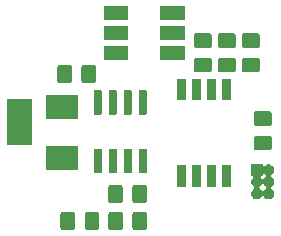
<source format=gbr>
G04 #@! TF.GenerationSoftware,KiCad,Pcbnew,(5.1.5)-3*
G04 #@! TF.CreationDate,2020-12-31T17:50:50-05:00*
G04 #@! TF.ProjectId,Ring Watch V1,52696e67-2057-4617-9463-682056312e6b,rev?*
G04 #@! TF.SameCoordinates,Original*
G04 #@! TF.FileFunction,Soldermask,Top*
G04 #@! TF.FilePolarity,Negative*
%FSLAX46Y46*%
G04 Gerber Fmt 4.6, Leading zero omitted, Abs format (unit mm)*
G04 Created by KiCad (PCBNEW (5.1.5)-3) date 2020-12-31 17:50:50*
%MOMM*%
%LPD*%
G04 APERTURE LIST*
%ADD10C,0.100000*%
G04 APERTURE END LIST*
D10*
G36*
X94461674Y-115839465D02*
G01*
X94499367Y-115850899D01*
X94534103Y-115869466D01*
X94564548Y-115894452D01*
X94589534Y-115924897D01*
X94608101Y-115959633D01*
X94619535Y-115997326D01*
X94624000Y-116042661D01*
X94624000Y-117129339D01*
X94619535Y-117174674D01*
X94608101Y-117212367D01*
X94589534Y-117247103D01*
X94564548Y-117277548D01*
X94534103Y-117302534D01*
X94499367Y-117321101D01*
X94461674Y-117332535D01*
X94416339Y-117337000D01*
X93579661Y-117337000D01*
X93534326Y-117332535D01*
X93496633Y-117321101D01*
X93461897Y-117302534D01*
X93431452Y-117277548D01*
X93406466Y-117247103D01*
X93387899Y-117212367D01*
X93376465Y-117174674D01*
X93372000Y-117129339D01*
X93372000Y-116042661D01*
X93376465Y-115997326D01*
X93387899Y-115959633D01*
X93406466Y-115924897D01*
X93431452Y-115894452D01*
X93461897Y-115869466D01*
X93496633Y-115850899D01*
X93534326Y-115839465D01*
X93579661Y-115835000D01*
X94416339Y-115835000D01*
X94461674Y-115839465D01*
G37*
G36*
X96466674Y-115839465D02*
G01*
X96504367Y-115850899D01*
X96539103Y-115869466D01*
X96569548Y-115894452D01*
X96594534Y-115924897D01*
X96613101Y-115959633D01*
X96624535Y-115997326D01*
X96629000Y-116042661D01*
X96629000Y-117129339D01*
X96624535Y-117174674D01*
X96613101Y-117212367D01*
X96594534Y-117247103D01*
X96569548Y-117277548D01*
X96539103Y-117302534D01*
X96504367Y-117321101D01*
X96466674Y-117332535D01*
X96421339Y-117337000D01*
X95584661Y-117337000D01*
X95539326Y-117332535D01*
X95501633Y-117321101D01*
X95466897Y-117302534D01*
X95436452Y-117277548D01*
X95411466Y-117247103D01*
X95392899Y-117212367D01*
X95381465Y-117174674D01*
X95377000Y-117129339D01*
X95377000Y-116042661D01*
X95381465Y-115997326D01*
X95392899Y-115959633D01*
X95411466Y-115924897D01*
X95436452Y-115894452D01*
X95466897Y-115869466D01*
X95501633Y-115850899D01*
X95539326Y-115839465D01*
X95584661Y-115835000D01*
X96421339Y-115835000D01*
X96466674Y-115839465D01*
G37*
G36*
X98516674Y-115839465D02*
G01*
X98554367Y-115850899D01*
X98589103Y-115869466D01*
X98619548Y-115894452D01*
X98644534Y-115924897D01*
X98663101Y-115959633D01*
X98674535Y-115997326D01*
X98679000Y-116042661D01*
X98679000Y-117129339D01*
X98674535Y-117174674D01*
X98663101Y-117212367D01*
X98644534Y-117247103D01*
X98619548Y-117277548D01*
X98589103Y-117302534D01*
X98554367Y-117321101D01*
X98516674Y-117332535D01*
X98471339Y-117337000D01*
X97634661Y-117337000D01*
X97589326Y-117332535D01*
X97551633Y-117321101D01*
X97516897Y-117302534D01*
X97486452Y-117277548D01*
X97461466Y-117247103D01*
X97442899Y-117212367D01*
X97431465Y-117174674D01*
X97427000Y-117129339D01*
X97427000Y-116042661D01*
X97431465Y-115997326D01*
X97442899Y-115959633D01*
X97461466Y-115924897D01*
X97486452Y-115894452D01*
X97516897Y-115869466D01*
X97551633Y-115850899D01*
X97589326Y-115839465D01*
X97634661Y-115835000D01*
X98471339Y-115835000D01*
X98516674Y-115839465D01*
G37*
G36*
X92411674Y-115839465D02*
G01*
X92449367Y-115850899D01*
X92484103Y-115869466D01*
X92514548Y-115894452D01*
X92539534Y-115924897D01*
X92558101Y-115959633D01*
X92569535Y-115997326D01*
X92574000Y-116042661D01*
X92574000Y-117129339D01*
X92569535Y-117174674D01*
X92558101Y-117212367D01*
X92539534Y-117247103D01*
X92514548Y-117277548D01*
X92484103Y-117302534D01*
X92449367Y-117321101D01*
X92411674Y-117332535D01*
X92366339Y-117337000D01*
X91529661Y-117337000D01*
X91484326Y-117332535D01*
X91446633Y-117321101D01*
X91411897Y-117302534D01*
X91381452Y-117277548D01*
X91356466Y-117247103D01*
X91337899Y-117212367D01*
X91326465Y-117174674D01*
X91322000Y-117129339D01*
X91322000Y-116042661D01*
X91326465Y-115997326D01*
X91337899Y-115959633D01*
X91356466Y-115924897D01*
X91381452Y-115894452D01*
X91411897Y-115869466D01*
X91446633Y-115850899D01*
X91484326Y-115839465D01*
X91529661Y-115835000D01*
X92366339Y-115835000D01*
X92411674Y-115839465D01*
G37*
G36*
X96457674Y-113553465D02*
G01*
X96495367Y-113564899D01*
X96530103Y-113583466D01*
X96560548Y-113608452D01*
X96585534Y-113638897D01*
X96604101Y-113673633D01*
X96615535Y-113711326D01*
X96620000Y-113756661D01*
X96620000Y-114843339D01*
X96615535Y-114888674D01*
X96604101Y-114926367D01*
X96585534Y-114961103D01*
X96560548Y-114991548D01*
X96530103Y-115016534D01*
X96495367Y-115035101D01*
X96457674Y-115046535D01*
X96412339Y-115051000D01*
X95575661Y-115051000D01*
X95530326Y-115046535D01*
X95492633Y-115035101D01*
X95457897Y-115016534D01*
X95427452Y-114991548D01*
X95402466Y-114961103D01*
X95383899Y-114926367D01*
X95372465Y-114888674D01*
X95368000Y-114843339D01*
X95368000Y-113756661D01*
X95372465Y-113711326D01*
X95383899Y-113673633D01*
X95402466Y-113638897D01*
X95427452Y-113608452D01*
X95457897Y-113583466D01*
X95492633Y-113564899D01*
X95530326Y-113553465D01*
X95575661Y-113549000D01*
X96412339Y-113549000D01*
X96457674Y-113553465D01*
G37*
G36*
X98507674Y-113553465D02*
G01*
X98545367Y-113564899D01*
X98580103Y-113583466D01*
X98610548Y-113608452D01*
X98635534Y-113638897D01*
X98654101Y-113673633D01*
X98665535Y-113711326D01*
X98670000Y-113756661D01*
X98670000Y-114843339D01*
X98665535Y-114888674D01*
X98654101Y-114926367D01*
X98635534Y-114961103D01*
X98610548Y-114991548D01*
X98580103Y-115016534D01*
X98545367Y-115035101D01*
X98507674Y-115046535D01*
X98462339Y-115051000D01*
X97625661Y-115051000D01*
X97580326Y-115046535D01*
X97542633Y-115035101D01*
X97507897Y-115016534D01*
X97477452Y-114991548D01*
X97452466Y-114961103D01*
X97433899Y-114926367D01*
X97422465Y-114888674D01*
X97418000Y-114843339D01*
X97418000Y-113756661D01*
X97422465Y-113711326D01*
X97433899Y-113673633D01*
X97452466Y-113638897D01*
X97477452Y-113608452D01*
X97507897Y-113583466D01*
X97542633Y-113564899D01*
X97580326Y-113553465D01*
X97625661Y-113549000D01*
X98462339Y-113549000D01*
X98507674Y-113553465D01*
G37*
G36*
X108442000Y-111817060D02*
G01*
X108444402Y-111841446D01*
X108451515Y-111864895D01*
X108463066Y-111886506D01*
X108478611Y-111905448D01*
X108497553Y-111920993D01*
X108519164Y-111932544D01*
X108542613Y-111939657D01*
X108566999Y-111942059D01*
X108591385Y-111939657D01*
X108614834Y-111932544D01*
X108636445Y-111920993D01*
X108655387Y-111905448D01*
X108662568Y-111898267D01*
X108740530Y-111846174D01*
X108776412Y-111831311D01*
X108827157Y-111810292D01*
X108919117Y-111792000D01*
X109012883Y-111792000D01*
X109104843Y-111810292D01*
X109155588Y-111831311D01*
X109191470Y-111846174D01*
X109269432Y-111898267D01*
X109335733Y-111964568D01*
X109387826Y-112042530D01*
X109387826Y-112042531D01*
X109423708Y-112129157D01*
X109442000Y-112221117D01*
X109442000Y-112314883D01*
X109423708Y-112406843D01*
X109402689Y-112457588D01*
X109387826Y-112493470D01*
X109362081Y-112532000D01*
X109335733Y-112571432D01*
X109269430Y-112637735D01*
X109230021Y-112664067D01*
X109211079Y-112679612D01*
X109195534Y-112698554D01*
X109183982Y-112720164D01*
X109176869Y-112743613D01*
X109174467Y-112767999D01*
X109176869Y-112792385D01*
X109183982Y-112815834D01*
X109195533Y-112837445D01*
X109211078Y-112856387D01*
X109230021Y-112871933D01*
X109269430Y-112898265D01*
X109335733Y-112964568D01*
X109387826Y-113042530D01*
X109393874Y-113057131D01*
X109423708Y-113129157D01*
X109442000Y-113221117D01*
X109442000Y-113314883D01*
X109423708Y-113406843D01*
X109402689Y-113457588D01*
X109387826Y-113493470D01*
X109350722Y-113549000D01*
X109335733Y-113571432D01*
X109269430Y-113637735D01*
X109230021Y-113664067D01*
X109211079Y-113679612D01*
X109195534Y-113698554D01*
X109183982Y-113720164D01*
X109176869Y-113743613D01*
X109174467Y-113767999D01*
X109176869Y-113792385D01*
X109183982Y-113815834D01*
X109195533Y-113837445D01*
X109211078Y-113856387D01*
X109230021Y-113871933D01*
X109269430Y-113898265D01*
X109335733Y-113964568D01*
X109387826Y-114042530D01*
X109393874Y-114057131D01*
X109423708Y-114129157D01*
X109442000Y-114221117D01*
X109442000Y-114314883D01*
X109423708Y-114406843D01*
X109402689Y-114457588D01*
X109387826Y-114493470D01*
X109335733Y-114571432D01*
X109269432Y-114637733D01*
X109191470Y-114689826D01*
X109155588Y-114704689D01*
X109104843Y-114725708D01*
X109012883Y-114744000D01*
X108919117Y-114744000D01*
X108827157Y-114725708D01*
X108776412Y-114704689D01*
X108740530Y-114689826D01*
X108662568Y-114637733D01*
X108596265Y-114571430D01*
X108569933Y-114532021D01*
X108554388Y-114513079D01*
X108535446Y-114497534D01*
X108513836Y-114485982D01*
X108490387Y-114478869D01*
X108466001Y-114476467D01*
X108441615Y-114478869D01*
X108418166Y-114485982D01*
X108396555Y-114497533D01*
X108377613Y-114513078D01*
X108362067Y-114532021D01*
X108335735Y-114571430D01*
X108269432Y-114637733D01*
X108191470Y-114689826D01*
X108155588Y-114704689D01*
X108104843Y-114725708D01*
X108012883Y-114744000D01*
X107919117Y-114744000D01*
X107827157Y-114725708D01*
X107776412Y-114704689D01*
X107740530Y-114689826D01*
X107662568Y-114637733D01*
X107596267Y-114571432D01*
X107544174Y-114493470D01*
X107529311Y-114457588D01*
X107508292Y-114406843D01*
X107490000Y-114314883D01*
X107490000Y-114221117D01*
X107508292Y-114129157D01*
X107538126Y-114057131D01*
X107544174Y-114042530D01*
X107596267Y-113964568D01*
X107662570Y-113898265D01*
X107701979Y-113871933D01*
X107720921Y-113856388D01*
X107736466Y-113837446D01*
X107748018Y-113815836D01*
X107755131Y-113792387D01*
X107757533Y-113768001D01*
X107757533Y-113767999D01*
X108174467Y-113767999D01*
X108176869Y-113792385D01*
X108183982Y-113815834D01*
X108195533Y-113837445D01*
X108211078Y-113856387D01*
X108230021Y-113871933D01*
X108269430Y-113898265D01*
X108335735Y-113964570D01*
X108362067Y-114003979D01*
X108377612Y-114022921D01*
X108396554Y-114038466D01*
X108418164Y-114050018D01*
X108441613Y-114057131D01*
X108465999Y-114059533D01*
X108490385Y-114057131D01*
X108513834Y-114050018D01*
X108535445Y-114038467D01*
X108554387Y-114022922D01*
X108569933Y-114003979D01*
X108596265Y-113964570D01*
X108662570Y-113898265D01*
X108701979Y-113871933D01*
X108720921Y-113856388D01*
X108736466Y-113837446D01*
X108748018Y-113815836D01*
X108755131Y-113792387D01*
X108757533Y-113768001D01*
X108755131Y-113743615D01*
X108748018Y-113720166D01*
X108736467Y-113698555D01*
X108720922Y-113679613D01*
X108701979Y-113664067D01*
X108662570Y-113637735D01*
X108596265Y-113571430D01*
X108569933Y-113532021D01*
X108554388Y-113513079D01*
X108535446Y-113497534D01*
X108513836Y-113485982D01*
X108490387Y-113478869D01*
X108466001Y-113476467D01*
X108441615Y-113478869D01*
X108418166Y-113485982D01*
X108396555Y-113497533D01*
X108377613Y-113513078D01*
X108362067Y-113532021D01*
X108335735Y-113571430D01*
X108269430Y-113637735D01*
X108230021Y-113664067D01*
X108211079Y-113679612D01*
X108195534Y-113698554D01*
X108183982Y-113720164D01*
X108176869Y-113743613D01*
X108174467Y-113767999D01*
X107757533Y-113767999D01*
X107755131Y-113743615D01*
X107748018Y-113720166D01*
X107736467Y-113698555D01*
X107720922Y-113679613D01*
X107701979Y-113664067D01*
X107662570Y-113637735D01*
X107596267Y-113571432D01*
X107581278Y-113549000D01*
X107544174Y-113493470D01*
X107529311Y-113457588D01*
X107508292Y-113406843D01*
X107490000Y-113314883D01*
X107490000Y-113221117D01*
X107508292Y-113129157D01*
X107538126Y-113057131D01*
X107544174Y-113042530D01*
X107596267Y-112964568D01*
X107603448Y-112957387D01*
X107618993Y-112938445D01*
X107630544Y-112916834D01*
X107637657Y-112893385D01*
X107640059Y-112868999D01*
X108291941Y-112868999D01*
X108294343Y-112893385D01*
X108301456Y-112916834D01*
X108313007Y-112938445D01*
X108328552Y-112957387D01*
X108335735Y-112964570D01*
X108362067Y-113003979D01*
X108377612Y-113022921D01*
X108396554Y-113038466D01*
X108418164Y-113050018D01*
X108441613Y-113057131D01*
X108465999Y-113059533D01*
X108490385Y-113057131D01*
X108513834Y-113050018D01*
X108535445Y-113038467D01*
X108554387Y-113022922D01*
X108569933Y-113003979D01*
X108596265Y-112964570D01*
X108603448Y-112957387D01*
X108618993Y-112938445D01*
X108625072Y-112927072D01*
X108636445Y-112920993D01*
X108655387Y-112905448D01*
X108662570Y-112898265D01*
X108701979Y-112871933D01*
X108720921Y-112856388D01*
X108736466Y-112837446D01*
X108748018Y-112815836D01*
X108755131Y-112792387D01*
X108757533Y-112768001D01*
X108755131Y-112743615D01*
X108748018Y-112720166D01*
X108736467Y-112698555D01*
X108720922Y-112679613D01*
X108701979Y-112664067D01*
X108662570Y-112637735D01*
X108655387Y-112630552D01*
X108636445Y-112615007D01*
X108614834Y-112603456D01*
X108591385Y-112596343D01*
X108566999Y-112593941D01*
X108542613Y-112596343D01*
X108519164Y-112603456D01*
X108497553Y-112615007D01*
X108478611Y-112630552D01*
X108463066Y-112649494D01*
X108451515Y-112671105D01*
X108444402Y-112694554D01*
X108442000Y-112718940D01*
X108442000Y-112744000D01*
X108416940Y-112744000D01*
X108392554Y-112746402D01*
X108369105Y-112753515D01*
X108347494Y-112765066D01*
X108328552Y-112780611D01*
X108313007Y-112799553D01*
X108301456Y-112821164D01*
X108294343Y-112844613D01*
X108291941Y-112868999D01*
X107640059Y-112868999D01*
X107637657Y-112844613D01*
X107630544Y-112821164D01*
X107618993Y-112799553D01*
X107603448Y-112780611D01*
X107584506Y-112765066D01*
X107562895Y-112753515D01*
X107539446Y-112746402D01*
X107515060Y-112744000D01*
X107490000Y-112744000D01*
X107490000Y-111792000D01*
X108442000Y-111792000D01*
X108442000Y-111817060D01*
G37*
G36*
X103246000Y-113677000D02*
G01*
X102494000Y-113677000D01*
X102494000Y-111875000D01*
X103246000Y-111875000D01*
X103246000Y-113677000D01*
G37*
G36*
X101976000Y-113677000D02*
G01*
X101224000Y-113677000D01*
X101224000Y-111875000D01*
X101976000Y-111875000D01*
X101976000Y-113677000D01*
G37*
G36*
X104516000Y-113677000D02*
G01*
X103764000Y-113677000D01*
X103764000Y-111875000D01*
X104516000Y-111875000D01*
X104516000Y-113677000D01*
G37*
G36*
X105786000Y-113677000D02*
G01*
X105034000Y-113677000D01*
X105034000Y-111875000D01*
X105786000Y-111875000D01*
X105786000Y-113677000D01*
G37*
G36*
X94747928Y-110482764D02*
G01*
X94769009Y-110489160D01*
X94788445Y-110499548D01*
X94805476Y-110513524D01*
X94819452Y-110530555D01*
X94829840Y-110549991D01*
X94836236Y-110571072D01*
X94839000Y-110599140D01*
X94839000Y-112412860D01*
X94836236Y-112440928D01*
X94829840Y-112462009D01*
X94819452Y-112481445D01*
X94805476Y-112498476D01*
X94788445Y-112512452D01*
X94769009Y-112522840D01*
X94747928Y-112529236D01*
X94719860Y-112532000D01*
X94256140Y-112532000D01*
X94228072Y-112529236D01*
X94206991Y-112522840D01*
X94187555Y-112512452D01*
X94170524Y-112498476D01*
X94156548Y-112481445D01*
X94146160Y-112462009D01*
X94139764Y-112440928D01*
X94137000Y-112412860D01*
X94137000Y-110599140D01*
X94139764Y-110571072D01*
X94146160Y-110549991D01*
X94156548Y-110530555D01*
X94170524Y-110513524D01*
X94187555Y-110499548D01*
X94206991Y-110489160D01*
X94228072Y-110482764D01*
X94256140Y-110480000D01*
X94719860Y-110480000D01*
X94747928Y-110482764D01*
G37*
G36*
X98557928Y-110482764D02*
G01*
X98579009Y-110489160D01*
X98598445Y-110499548D01*
X98615476Y-110513524D01*
X98629452Y-110530555D01*
X98639840Y-110549991D01*
X98646236Y-110571072D01*
X98649000Y-110599140D01*
X98649000Y-112412860D01*
X98646236Y-112440928D01*
X98639840Y-112462009D01*
X98629452Y-112481445D01*
X98615476Y-112498476D01*
X98598445Y-112512452D01*
X98579009Y-112522840D01*
X98557928Y-112529236D01*
X98529860Y-112532000D01*
X98066140Y-112532000D01*
X98038072Y-112529236D01*
X98016991Y-112522840D01*
X97997555Y-112512452D01*
X97980524Y-112498476D01*
X97966548Y-112481445D01*
X97956160Y-112462009D01*
X97949764Y-112440928D01*
X97947000Y-112412860D01*
X97947000Y-110599140D01*
X97949764Y-110571072D01*
X97956160Y-110549991D01*
X97966548Y-110530555D01*
X97980524Y-110513524D01*
X97997555Y-110499548D01*
X98016991Y-110489160D01*
X98038072Y-110482764D01*
X98066140Y-110480000D01*
X98529860Y-110480000D01*
X98557928Y-110482764D01*
G37*
G36*
X97287928Y-110482764D02*
G01*
X97309009Y-110489160D01*
X97328445Y-110499548D01*
X97345476Y-110513524D01*
X97359452Y-110530555D01*
X97369840Y-110549991D01*
X97376236Y-110571072D01*
X97379000Y-110599140D01*
X97379000Y-112412860D01*
X97376236Y-112440928D01*
X97369840Y-112462009D01*
X97359452Y-112481445D01*
X97345476Y-112498476D01*
X97328445Y-112512452D01*
X97309009Y-112522840D01*
X97287928Y-112529236D01*
X97259860Y-112532000D01*
X96796140Y-112532000D01*
X96768072Y-112529236D01*
X96746991Y-112522840D01*
X96727555Y-112512452D01*
X96710524Y-112498476D01*
X96696548Y-112481445D01*
X96686160Y-112462009D01*
X96679764Y-112440928D01*
X96677000Y-112412860D01*
X96677000Y-110599140D01*
X96679764Y-110571072D01*
X96686160Y-110549991D01*
X96696548Y-110530555D01*
X96710524Y-110513524D01*
X96727555Y-110499548D01*
X96746991Y-110489160D01*
X96768072Y-110482764D01*
X96796140Y-110480000D01*
X97259860Y-110480000D01*
X97287928Y-110482764D01*
G37*
G36*
X96017928Y-110482764D02*
G01*
X96039009Y-110489160D01*
X96058445Y-110499548D01*
X96075476Y-110513524D01*
X96089452Y-110530555D01*
X96099840Y-110549991D01*
X96106236Y-110571072D01*
X96109000Y-110599140D01*
X96109000Y-112412860D01*
X96106236Y-112440928D01*
X96099840Y-112462009D01*
X96089452Y-112481445D01*
X96075476Y-112498476D01*
X96058445Y-112512452D01*
X96039009Y-112522840D01*
X96017928Y-112529236D01*
X95989860Y-112532000D01*
X95526140Y-112532000D01*
X95498072Y-112529236D01*
X95476991Y-112522840D01*
X95457555Y-112512452D01*
X95440524Y-112498476D01*
X95426548Y-112481445D01*
X95416160Y-112462009D01*
X95409764Y-112440928D01*
X95407000Y-112412860D01*
X95407000Y-110599140D01*
X95409764Y-110571072D01*
X95416160Y-110549991D01*
X95426548Y-110530555D01*
X95440524Y-110513524D01*
X95457555Y-110499548D01*
X95476991Y-110489160D01*
X95498072Y-110482764D01*
X95526140Y-110480000D01*
X95989860Y-110480000D01*
X96017928Y-110482764D01*
G37*
G36*
X92791000Y-112253000D02*
G01*
X90089000Y-112253000D01*
X90089000Y-110251000D01*
X92791000Y-110251000D01*
X92791000Y-112253000D01*
G37*
G36*
X109046674Y-109360465D02*
G01*
X109084367Y-109371899D01*
X109119103Y-109390466D01*
X109149548Y-109415452D01*
X109174534Y-109445897D01*
X109193101Y-109480633D01*
X109204535Y-109518326D01*
X109209000Y-109563661D01*
X109209000Y-110400339D01*
X109204535Y-110445674D01*
X109193101Y-110483367D01*
X109174534Y-110518103D01*
X109149548Y-110548548D01*
X109119103Y-110573534D01*
X109084367Y-110592101D01*
X109046674Y-110603535D01*
X109001339Y-110608000D01*
X107914661Y-110608000D01*
X107869326Y-110603535D01*
X107831633Y-110592101D01*
X107796897Y-110573534D01*
X107766452Y-110548548D01*
X107741466Y-110518103D01*
X107722899Y-110483367D01*
X107711465Y-110445674D01*
X107707000Y-110400339D01*
X107707000Y-109563661D01*
X107711465Y-109518326D01*
X107722899Y-109480633D01*
X107741466Y-109445897D01*
X107766452Y-109415452D01*
X107796897Y-109390466D01*
X107831633Y-109371899D01*
X107869326Y-109360465D01*
X107914661Y-109356000D01*
X109001339Y-109356000D01*
X109046674Y-109360465D01*
G37*
G36*
X88935000Y-110155000D02*
G01*
X86833000Y-110155000D01*
X86833000Y-106253000D01*
X88935000Y-106253000D01*
X88935000Y-110155000D01*
G37*
G36*
X109046674Y-107310465D02*
G01*
X109084367Y-107321899D01*
X109119103Y-107340466D01*
X109149548Y-107365452D01*
X109174534Y-107395897D01*
X109193101Y-107430633D01*
X109204535Y-107468326D01*
X109209000Y-107513661D01*
X109209000Y-108350339D01*
X109204535Y-108395674D01*
X109193101Y-108433367D01*
X109174534Y-108468103D01*
X109149548Y-108498548D01*
X109119103Y-108523534D01*
X109084367Y-108542101D01*
X109046674Y-108553535D01*
X109001339Y-108558000D01*
X107914661Y-108558000D01*
X107869326Y-108553535D01*
X107831633Y-108542101D01*
X107796897Y-108523534D01*
X107766452Y-108498548D01*
X107741466Y-108468103D01*
X107722899Y-108433367D01*
X107711465Y-108395674D01*
X107707000Y-108350339D01*
X107707000Y-107513661D01*
X107711465Y-107468326D01*
X107722899Y-107430633D01*
X107741466Y-107395897D01*
X107766452Y-107365452D01*
X107796897Y-107340466D01*
X107831633Y-107321899D01*
X107869326Y-107310465D01*
X107914661Y-107306000D01*
X109001339Y-107306000D01*
X109046674Y-107310465D01*
G37*
G36*
X92791000Y-107953000D02*
G01*
X90089000Y-107953000D01*
X90089000Y-105951000D01*
X92791000Y-105951000D01*
X92791000Y-107953000D01*
G37*
G36*
X98557928Y-105532764D02*
G01*
X98579009Y-105539160D01*
X98598445Y-105549548D01*
X98615476Y-105563524D01*
X98629452Y-105580555D01*
X98639840Y-105599991D01*
X98646236Y-105621072D01*
X98649000Y-105649140D01*
X98649000Y-107462860D01*
X98646236Y-107490928D01*
X98639840Y-107512009D01*
X98629452Y-107531445D01*
X98615476Y-107548476D01*
X98598445Y-107562452D01*
X98579009Y-107572840D01*
X98557928Y-107579236D01*
X98529860Y-107582000D01*
X98066140Y-107582000D01*
X98038072Y-107579236D01*
X98016991Y-107572840D01*
X97997555Y-107562452D01*
X97980524Y-107548476D01*
X97966548Y-107531445D01*
X97956160Y-107512009D01*
X97949764Y-107490928D01*
X97947000Y-107462860D01*
X97947000Y-105649140D01*
X97949764Y-105621072D01*
X97956160Y-105599991D01*
X97966548Y-105580555D01*
X97980524Y-105563524D01*
X97997555Y-105549548D01*
X98016991Y-105539160D01*
X98038072Y-105532764D01*
X98066140Y-105530000D01*
X98529860Y-105530000D01*
X98557928Y-105532764D01*
G37*
G36*
X96017928Y-105532764D02*
G01*
X96039009Y-105539160D01*
X96058445Y-105549548D01*
X96075476Y-105563524D01*
X96089452Y-105580555D01*
X96099840Y-105599991D01*
X96106236Y-105621072D01*
X96109000Y-105649140D01*
X96109000Y-107462860D01*
X96106236Y-107490928D01*
X96099840Y-107512009D01*
X96089452Y-107531445D01*
X96075476Y-107548476D01*
X96058445Y-107562452D01*
X96039009Y-107572840D01*
X96017928Y-107579236D01*
X95989860Y-107582000D01*
X95526140Y-107582000D01*
X95498072Y-107579236D01*
X95476991Y-107572840D01*
X95457555Y-107562452D01*
X95440524Y-107548476D01*
X95426548Y-107531445D01*
X95416160Y-107512009D01*
X95409764Y-107490928D01*
X95407000Y-107462860D01*
X95407000Y-105649140D01*
X95409764Y-105621072D01*
X95416160Y-105599991D01*
X95426548Y-105580555D01*
X95440524Y-105563524D01*
X95457555Y-105549548D01*
X95476991Y-105539160D01*
X95498072Y-105532764D01*
X95526140Y-105530000D01*
X95989860Y-105530000D01*
X96017928Y-105532764D01*
G37*
G36*
X94747928Y-105532764D02*
G01*
X94769009Y-105539160D01*
X94788445Y-105549548D01*
X94805476Y-105563524D01*
X94819452Y-105580555D01*
X94829840Y-105599991D01*
X94836236Y-105621072D01*
X94839000Y-105649140D01*
X94839000Y-107462860D01*
X94836236Y-107490928D01*
X94829840Y-107512009D01*
X94819452Y-107531445D01*
X94805476Y-107548476D01*
X94788445Y-107562452D01*
X94769009Y-107572840D01*
X94747928Y-107579236D01*
X94719860Y-107582000D01*
X94256140Y-107582000D01*
X94228072Y-107579236D01*
X94206991Y-107572840D01*
X94187555Y-107562452D01*
X94170524Y-107548476D01*
X94156548Y-107531445D01*
X94146160Y-107512009D01*
X94139764Y-107490928D01*
X94137000Y-107462860D01*
X94137000Y-105649140D01*
X94139764Y-105621072D01*
X94146160Y-105599991D01*
X94156548Y-105580555D01*
X94170524Y-105563524D01*
X94187555Y-105549548D01*
X94206991Y-105539160D01*
X94228072Y-105532764D01*
X94256140Y-105530000D01*
X94719860Y-105530000D01*
X94747928Y-105532764D01*
G37*
G36*
X97287928Y-105532764D02*
G01*
X97309009Y-105539160D01*
X97328445Y-105549548D01*
X97345476Y-105563524D01*
X97359452Y-105580555D01*
X97369840Y-105599991D01*
X97376236Y-105621072D01*
X97379000Y-105649140D01*
X97379000Y-107462860D01*
X97376236Y-107490928D01*
X97369840Y-107512009D01*
X97359452Y-107531445D01*
X97345476Y-107548476D01*
X97328445Y-107562452D01*
X97309009Y-107572840D01*
X97287928Y-107579236D01*
X97259860Y-107582000D01*
X96796140Y-107582000D01*
X96768072Y-107579236D01*
X96746991Y-107572840D01*
X96727555Y-107562452D01*
X96710524Y-107548476D01*
X96696548Y-107531445D01*
X96686160Y-107512009D01*
X96679764Y-107490928D01*
X96677000Y-107462860D01*
X96677000Y-105649140D01*
X96679764Y-105621072D01*
X96686160Y-105599991D01*
X96696548Y-105580555D01*
X96710524Y-105563524D01*
X96727555Y-105549548D01*
X96746991Y-105539160D01*
X96768072Y-105532764D01*
X96796140Y-105530000D01*
X97259860Y-105530000D01*
X97287928Y-105532764D01*
G37*
G36*
X101976000Y-106377000D02*
G01*
X101224000Y-106377000D01*
X101224000Y-104575000D01*
X101976000Y-104575000D01*
X101976000Y-106377000D01*
G37*
G36*
X103246000Y-106377000D02*
G01*
X102494000Y-106377000D01*
X102494000Y-104575000D01*
X103246000Y-104575000D01*
X103246000Y-106377000D01*
G37*
G36*
X104516000Y-106377000D02*
G01*
X103764000Y-106377000D01*
X103764000Y-104575000D01*
X104516000Y-104575000D01*
X104516000Y-106377000D01*
G37*
G36*
X105786000Y-106377000D02*
G01*
X105034000Y-106377000D01*
X105034000Y-104575000D01*
X105786000Y-104575000D01*
X105786000Y-106377000D01*
G37*
G36*
X92148674Y-103393465D02*
G01*
X92186367Y-103404899D01*
X92221103Y-103423466D01*
X92251548Y-103448452D01*
X92276534Y-103478897D01*
X92295101Y-103513633D01*
X92306535Y-103551326D01*
X92311000Y-103596661D01*
X92311000Y-104683339D01*
X92306535Y-104728674D01*
X92295101Y-104766367D01*
X92276534Y-104801103D01*
X92251548Y-104831548D01*
X92221103Y-104856534D01*
X92186367Y-104875101D01*
X92148674Y-104886535D01*
X92103339Y-104891000D01*
X91266661Y-104891000D01*
X91221326Y-104886535D01*
X91183633Y-104875101D01*
X91148897Y-104856534D01*
X91118452Y-104831548D01*
X91093466Y-104801103D01*
X91074899Y-104766367D01*
X91063465Y-104728674D01*
X91059000Y-104683339D01*
X91059000Y-103596661D01*
X91063465Y-103551326D01*
X91074899Y-103513633D01*
X91093466Y-103478897D01*
X91118452Y-103448452D01*
X91148897Y-103423466D01*
X91183633Y-103404899D01*
X91221326Y-103393465D01*
X91266661Y-103389000D01*
X92103339Y-103389000D01*
X92148674Y-103393465D01*
G37*
G36*
X94198674Y-103393465D02*
G01*
X94236367Y-103404899D01*
X94271103Y-103423466D01*
X94301548Y-103448452D01*
X94326534Y-103478897D01*
X94345101Y-103513633D01*
X94356535Y-103551326D01*
X94361000Y-103596661D01*
X94361000Y-104683339D01*
X94356535Y-104728674D01*
X94345101Y-104766367D01*
X94326534Y-104801103D01*
X94301548Y-104831548D01*
X94271103Y-104856534D01*
X94236367Y-104875101D01*
X94198674Y-104886535D01*
X94153339Y-104891000D01*
X93316661Y-104891000D01*
X93271326Y-104886535D01*
X93233633Y-104875101D01*
X93198897Y-104856534D01*
X93168452Y-104831548D01*
X93143466Y-104801103D01*
X93124899Y-104766367D01*
X93113465Y-104728674D01*
X93109000Y-104683339D01*
X93109000Y-103596661D01*
X93113465Y-103551326D01*
X93124899Y-103513633D01*
X93143466Y-103478897D01*
X93168452Y-103448452D01*
X93198897Y-103423466D01*
X93233633Y-103404899D01*
X93271326Y-103393465D01*
X93316661Y-103389000D01*
X94153339Y-103389000D01*
X94198674Y-103393465D01*
G37*
G36*
X103966674Y-102756465D02*
G01*
X104004367Y-102767899D01*
X104039103Y-102786466D01*
X104069548Y-102811452D01*
X104094534Y-102841897D01*
X104113101Y-102876633D01*
X104124535Y-102914326D01*
X104129000Y-102959661D01*
X104129000Y-103796339D01*
X104124535Y-103841674D01*
X104113101Y-103879367D01*
X104094534Y-103914103D01*
X104069548Y-103944548D01*
X104039103Y-103969534D01*
X104004367Y-103988101D01*
X103966674Y-103999535D01*
X103921339Y-104004000D01*
X102834661Y-104004000D01*
X102789326Y-103999535D01*
X102751633Y-103988101D01*
X102716897Y-103969534D01*
X102686452Y-103944548D01*
X102661466Y-103914103D01*
X102642899Y-103879367D01*
X102631465Y-103841674D01*
X102627000Y-103796339D01*
X102627000Y-102959661D01*
X102631465Y-102914326D01*
X102642899Y-102876633D01*
X102661466Y-102841897D01*
X102686452Y-102811452D01*
X102716897Y-102786466D01*
X102751633Y-102767899D01*
X102789326Y-102756465D01*
X102834661Y-102752000D01*
X103921339Y-102752000D01*
X103966674Y-102756465D01*
G37*
G36*
X105998674Y-102756465D02*
G01*
X106036367Y-102767899D01*
X106071103Y-102786466D01*
X106101548Y-102811452D01*
X106126534Y-102841897D01*
X106145101Y-102876633D01*
X106156535Y-102914326D01*
X106161000Y-102959661D01*
X106161000Y-103796339D01*
X106156535Y-103841674D01*
X106145101Y-103879367D01*
X106126534Y-103914103D01*
X106101548Y-103944548D01*
X106071103Y-103969534D01*
X106036367Y-103988101D01*
X105998674Y-103999535D01*
X105953339Y-104004000D01*
X104866661Y-104004000D01*
X104821326Y-103999535D01*
X104783633Y-103988101D01*
X104748897Y-103969534D01*
X104718452Y-103944548D01*
X104693466Y-103914103D01*
X104674899Y-103879367D01*
X104663465Y-103841674D01*
X104659000Y-103796339D01*
X104659000Y-102959661D01*
X104663465Y-102914326D01*
X104674899Y-102876633D01*
X104693466Y-102841897D01*
X104718452Y-102811452D01*
X104748897Y-102786466D01*
X104783633Y-102767899D01*
X104821326Y-102756465D01*
X104866661Y-102752000D01*
X105953339Y-102752000D01*
X105998674Y-102756465D01*
G37*
G36*
X108030674Y-102756465D02*
G01*
X108068367Y-102767899D01*
X108103103Y-102786466D01*
X108133548Y-102811452D01*
X108158534Y-102841897D01*
X108177101Y-102876633D01*
X108188535Y-102914326D01*
X108193000Y-102959661D01*
X108193000Y-103796339D01*
X108188535Y-103841674D01*
X108177101Y-103879367D01*
X108158534Y-103914103D01*
X108133548Y-103944548D01*
X108103103Y-103969534D01*
X108068367Y-103988101D01*
X108030674Y-103999535D01*
X107985339Y-104004000D01*
X106898661Y-104004000D01*
X106853326Y-103999535D01*
X106815633Y-103988101D01*
X106780897Y-103969534D01*
X106750452Y-103944548D01*
X106725466Y-103914103D01*
X106706899Y-103879367D01*
X106695465Y-103841674D01*
X106691000Y-103796339D01*
X106691000Y-102959661D01*
X106695465Y-102914326D01*
X106706899Y-102876633D01*
X106725466Y-102841897D01*
X106750452Y-102811452D01*
X106780897Y-102786466D01*
X106815633Y-102767899D01*
X106853326Y-102756465D01*
X106898661Y-102752000D01*
X107985339Y-102752000D01*
X108030674Y-102756465D01*
G37*
G36*
X97089000Y-102963000D02*
G01*
X94987000Y-102963000D01*
X94987000Y-101761000D01*
X97089000Y-101761000D01*
X97089000Y-102963000D01*
G37*
G36*
X101889000Y-102963000D02*
G01*
X99787000Y-102963000D01*
X99787000Y-101761000D01*
X101889000Y-101761000D01*
X101889000Y-102963000D01*
G37*
G36*
X105998674Y-100706465D02*
G01*
X106036367Y-100717899D01*
X106071103Y-100736466D01*
X106101548Y-100761452D01*
X106126534Y-100791897D01*
X106145101Y-100826633D01*
X106156535Y-100864326D01*
X106161000Y-100909661D01*
X106161000Y-101746339D01*
X106156535Y-101791674D01*
X106145101Y-101829367D01*
X106126534Y-101864103D01*
X106101548Y-101894548D01*
X106071103Y-101919534D01*
X106036367Y-101938101D01*
X105998674Y-101949535D01*
X105953339Y-101954000D01*
X104866661Y-101954000D01*
X104821326Y-101949535D01*
X104783633Y-101938101D01*
X104748897Y-101919534D01*
X104718452Y-101894548D01*
X104693466Y-101864103D01*
X104674899Y-101829367D01*
X104663465Y-101791674D01*
X104659000Y-101746339D01*
X104659000Y-100909661D01*
X104663465Y-100864326D01*
X104674899Y-100826633D01*
X104693466Y-100791897D01*
X104718452Y-100761452D01*
X104748897Y-100736466D01*
X104783633Y-100717899D01*
X104821326Y-100706465D01*
X104866661Y-100702000D01*
X105953339Y-100702000D01*
X105998674Y-100706465D01*
G37*
G36*
X103966674Y-100706465D02*
G01*
X104004367Y-100717899D01*
X104039103Y-100736466D01*
X104069548Y-100761452D01*
X104094534Y-100791897D01*
X104113101Y-100826633D01*
X104124535Y-100864326D01*
X104129000Y-100909661D01*
X104129000Y-101746339D01*
X104124535Y-101791674D01*
X104113101Y-101829367D01*
X104094534Y-101864103D01*
X104069548Y-101894548D01*
X104039103Y-101919534D01*
X104004367Y-101938101D01*
X103966674Y-101949535D01*
X103921339Y-101954000D01*
X102834661Y-101954000D01*
X102789326Y-101949535D01*
X102751633Y-101938101D01*
X102716897Y-101919534D01*
X102686452Y-101894548D01*
X102661466Y-101864103D01*
X102642899Y-101829367D01*
X102631465Y-101791674D01*
X102627000Y-101746339D01*
X102627000Y-100909661D01*
X102631465Y-100864326D01*
X102642899Y-100826633D01*
X102661466Y-100791897D01*
X102686452Y-100761452D01*
X102716897Y-100736466D01*
X102751633Y-100717899D01*
X102789326Y-100706465D01*
X102834661Y-100702000D01*
X103921339Y-100702000D01*
X103966674Y-100706465D01*
G37*
G36*
X108030674Y-100706465D02*
G01*
X108068367Y-100717899D01*
X108103103Y-100736466D01*
X108133548Y-100761452D01*
X108158534Y-100791897D01*
X108177101Y-100826633D01*
X108188535Y-100864326D01*
X108193000Y-100909661D01*
X108193000Y-101746339D01*
X108188535Y-101791674D01*
X108177101Y-101829367D01*
X108158534Y-101864103D01*
X108133548Y-101894548D01*
X108103103Y-101919534D01*
X108068367Y-101938101D01*
X108030674Y-101949535D01*
X107985339Y-101954000D01*
X106898661Y-101954000D01*
X106853326Y-101949535D01*
X106815633Y-101938101D01*
X106780897Y-101919534D01*
X106750452Y-101894548D01*
X106725466Y-101864103D01*
X106706899Y-101829367D01*
X106695465Y-101791674D01*
X106691000Y-101746339D01*
X106691000Y-100909661D01*
X106695465Y-100864326D01*
X106706899Y-100826633D01*
X106725466Y-100791897D01*
X106750452Y-100761452D01*
X106780897Y-100736466D01*
X106815633Y-100717899D01*
X106853326Y-100706465D01*
X106898661Y-100702000D01*
X107985339Y-100702000D01*
X108030674Y-100706465D01*
G37*
G36*
X97089000Y-101263000D02*
G01*
X94987000Y-101263000D01*
X94987000Y-100061000D01*
X97089000Y-100061000D01*
X97089000Y-101263000D01*
G37*
G36*
X101889000Y-101263000D02*
G01*
X99787000Y-101263000D01*
X99787000Y-100061000D01*
X101889000Y-100061000D01*
X101889000Y-101263000D01*
G37*
G36*
X97089000Y-99563000D02*
G01*
X94987000Y-99563000D01*
X94987000Y-98361000D01*
X97089000Y-98361000D01*
X97089000Y-99563000D01*
G37*
G36*
X101889000Y-99563000D02*
G01*
X99787000Y-99563000D01*
X99787000Y-98361000D01*
X101889000Y-98361000D01*
X101889000Y-99563000D01*
G37*
M02*

</source>
